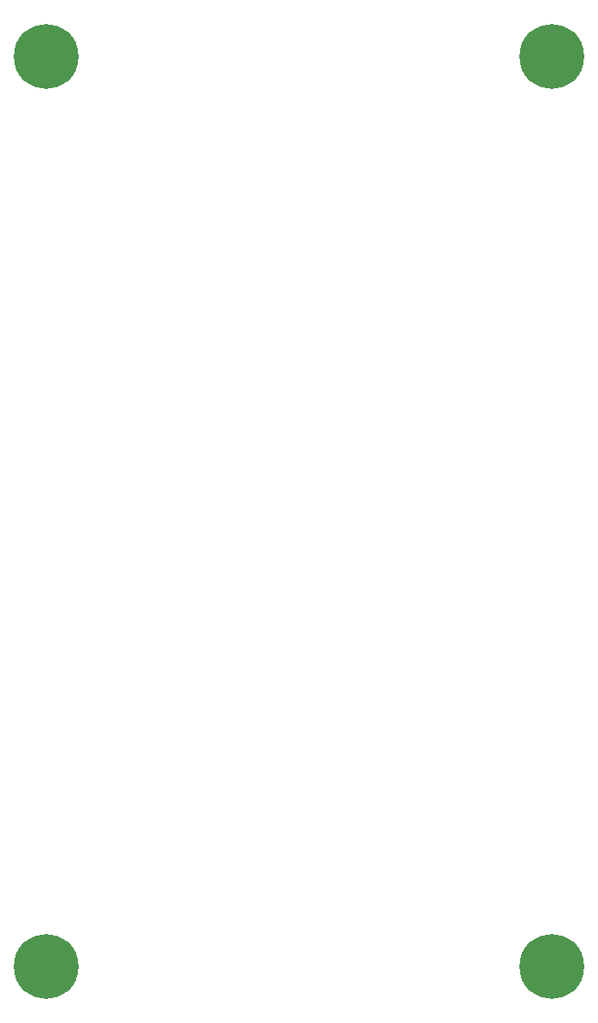
<source format=gbr>
%TF.GenerationSoftware,KiCad,Pcbnew,7.0.8*%
%TF.CreationDate,2023-11-15T13:59:47+01:00*%
%TF.ProjectId,cv-gate-rev1,63762d67-6174-4652-9d72-6576312e6b69,rev?*%
%TF.SameCoordinates,Original*%
%TF.FileFunction,Soldermask,Top*%
%TF.FilePolarity,Negative*%
%FSLAX46Y46*%
G04 Gerber Fmt 4.6, Leading zero omitted, Abs format (unit mm)*
G04 Created by KiCad (PCBNEW 7.0.8) date 2023-11-15 13:59:47*
%MOMM*%
%LPD*%
G01*
G04 APERTURE LIST*
%ADD10C,0.800000*%
%ADD11C,6.400000*%
G04 APERTURE END LIST*
D10*
%TO.C,H108*%
X505600000Y-209450000D03*
X506302944Y-207752944D03*
X506302944Y-211147056D03*
X508000000Y-207050000D03*
D11*
X508000000Y-209450000D03*
D10*
X508000000Y-211850000D03*
X509697056Y-207752944D03*
X509697056Y-211147056D03*
X510400000Y-209450000D03*
%TD*%
%TO.C,H108*%
X555600000Y-119500000D03*
X556302944Y-117802944D03*
X556302944Y-121197056D03*
X558000000Y-117100000D03*
D11*
X558000000Y-119500000D03*
D10*
X558000000Y-121900000D03*
X559697056Y-117802944D03*
X559697056Y-121197056D03*
X560400000Y-119500000D03*
%TD*%
%TO.C,H108*%
X505600000Y-119500000D03*
X506302944Y-117802944D03*
X506302944Y-121197056D03*
X508000000Y-117100000D03*
D11*
X508000000Y-119500000D03*
D10*
X508000000Y-121900000D03*
X509697056Y-117802944D03*
X509697056Y-121197056D03*
X510400000Y-119500000D03*
%TD*%
%TO.C,H108*%
X555600000Y-209450000D03*
X556302944Y-207752944D03*
X556302944Y-211147056D03*
X558000000Y-207050000D03*
D11*
X558000000Y-209450000D03*
D10*
X558000000Y-211850000D03*
X559697056Y-207752944D03*
X559697056Y-211147056D03*
X560400000Y-209450000D03*
%TD*%
M02*

</source>
